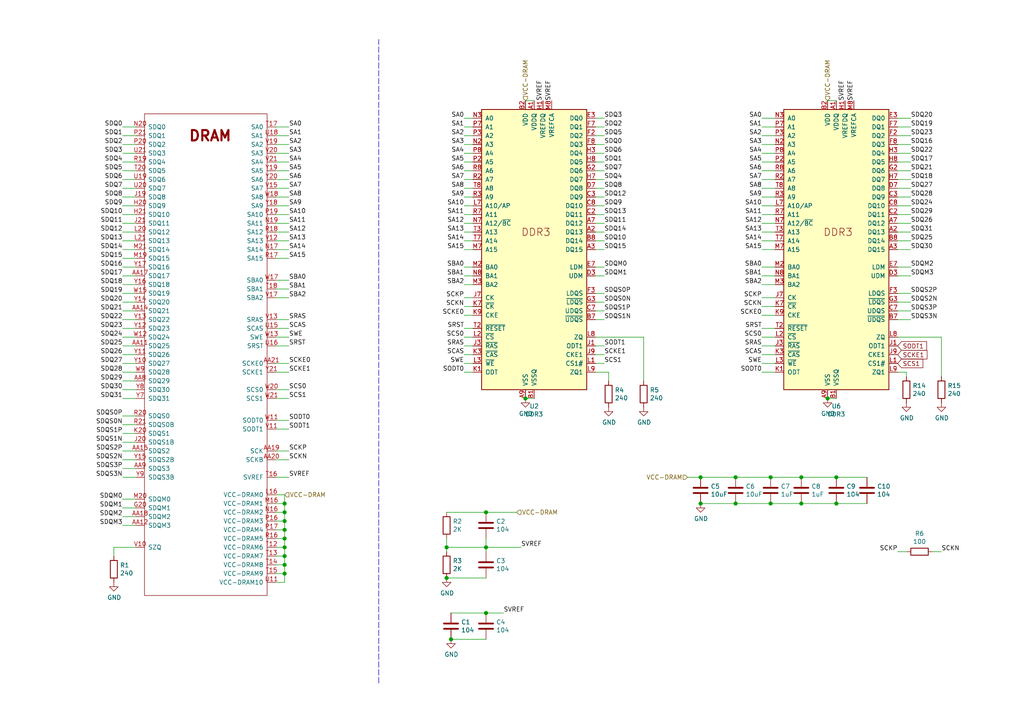
<source format=kicad_sch>
(kicad_sch (version 20210406) (generator eeschema)
  (paper "A4")
  (junction (at 82.55 146.05) (diameter 1.016))
  (junction (at 82.55 148.59) (diameter 1.016))
  (junction (at 82.55 151.13) (diameter 1.016))
  (junction (at 82.55 153.67) (diameter 1.016))
  (junction (at 82.55 156.21) (diameter 1.016))
  (junction (at 82.55 158.75) (diameter 1.016))
  (junction (at 82.55 161.29) (diameter 1.016))
  (junction (at 82.55 163.83) (diameter 1.016))
  (junction (at 82.55 166.37) (diameter 1.016))
  (junction (at 129.54 158.75) (diameter 1.016))
  (junction (at 129.54 167.64) (diameter 1.016))
  (junction (at 130.81 185.42) (diameter 1.016))
  (junction (at 140.97 148.59) (diameter 1.016))
  (junction (at 140.97 158.75) (diameter 1.016))
  (junction (at 140.97 177.8) (diameter 1.016))
  (junction (at 152.4 115.57) (diameter 1.016))
  (junction (at 203.2 138.43) (diameter 1.016))
  (junction (at 203.2 146.05) (diameter 1.016))
  (junction (at 213.36 138.43) (diameter 1.016))
  (junction (at 213.36 146.05) (diameter 1.016))
  (junction (at 223.52 138.43) (diameter 1.016))
  (junction (at 223.52 146.05) (diameter 1.016))
  (junction (at 232.41 138.43) (diameter 1.016))
  (junction (at 232.41 146.05) (diameter 1.016))
  (junction (at 240.03 115.57) (diameter 1.016))
  (junction (at 242.57 138.43) (diameter 1.016))
  (junction (at 242.57 146.05) (diameter 1.016))
  (wire (pts (xy 33.02 158.75) (xy 33.02 161.29)))
  (wire (pts (xy 35.56 36.83) (xy 39.37 36.83)))
  (wire (pts (xy 35.56 39.37) (xy 39.37 39.37)))
  (wire (pts (xy 35.56 41.91) (xy 39.37 41.91)))
  (wire (pts (xy 35.56 44.45) (xy 39.37 44.45)))
  (wire (pts (xy 35.56 46.99) (xy 39.37 46.99)))
  (wire (pts (xy 35.56 49.53) (xy 39.37 49.53)))
  (wire (pts (xy 35.56 52.07) (xy 39.37 52.07)))
  (wire (pts (xy 35.56 54.61) (xy 39.37 54.61)))
  (wire (pts (xy 35.56 57.15) (xy 39.37 57.15)))
  (wire (pts (xy 35.56 59.69) (xy 39.37 59.69)))
  (wire (pts (xy 35.56 62.23) (xy 39.37 62.23)))
  (wire (pts (xy 35.56 64.77) (xy 39.37 64.77)))
  (wire (pts (xy 35.56 67.31) (xy 39.37 67.31)))
  (wire (pts (xy 35.56 69.85) (xy 39.37 69.85)))
  (wire (pts (xy 35.56 72.39) (xy 39.37 72.39)))
  (wire (pts (xy 35.56 74.93) (xy 39.37 74.93)))
  (wire (pts (xy 35.56 77.47) (xy 39.37 77.47)))
  (wire (pts (xy 35.56 80.01) (xy 39.37 80.01)))
  (wire (pts (xy 35.56 82.55) (xy 39.37 82.55)))
  (wire (pts (xy 35.56 85.09) (xy 39.37 85.09)))
  (wire (pts (xy 35.56 87.63) (xy 39.37 87.63)))
  (wire (pts (xy 35.56 90.17) (xy 39.37 90.17)))
  (wire (pts (xy 35.56 92.71) (xy 39.37 92.71)))
  (wire (pts (xy 35.56 95.25) (xy 39.37 95.25)))
  (wire (pts (xy 35.56 97.79) (xy 39.37 97.79)))
  (wire (pts (xy 35.56 100.33) (xy 39.37 100.33)))
  (wire (pts (xy 35.56 102.87) (xy 39.37 102.87)))
  (wire (pts (xy 35.56 105.41) (xy 39.37 105.41)))
  (wire (pts (xy 35.56 107.95) (xy 39.37 107.95)))
  (wire (pts (xy 35.56 110.49) (xy 39.37 110.49)))
  (wire (pts (xy 35.56 113.03) (xy 39.37 113.03)))
  (wire (pts (xy 35.56 115.57) (xy 39.37 115.57)))
  (wire (pts (xy 35.56 120.65) (xy 39.37 120.65)))
  (wire (pts (xy 35.56 123.19) (xy 39.37 123.19)))
  (wire (pts (xy 35.56 125.73) (xy 39.37 125.73)))
  (wire (pts (xy 35.56 128.27) (xy 39.37 128.27)))
  (wire (pts (xy 35.56 130.81) (xy 39.37 130.81)))
  (wire (pts (xy 35.56 133.35) (xy 39.37 133.35)))
  (wire (pts (xy 35.56 135.89) (xy 39.37 135.89)))
  (wire (pts (xy 35.56 138.43) (xy 39.37 138.43)))
  (wire (pts (xy 35.56 144.78) (xy 39.37 144.78)))
  (wire (pts (xy 35.56 147.32) (xy 39.37 147.32)))
  (wire (pts (xy 35.56 149.86) (xy 39.37 149.86)))
  (wire (pts (xy 35.56 152.4) (xy 39.37 152.4)))
  (wire (pts (xy 39.37 158.75) (xy 33.02 158.75)))
  (wire (pts (xy 80.01 143.51) (xy 82.55 143.51)))
  (wire (pts (xy 80.01 146.05) (xy 82.55 146.05)))
  (wire (pts (xy 80.01 148.59) (xy 82.55 148.59)))
  (wire (pts (xy 80.01 151.13) (xy 82.55 151.13)))
  (wire (pts (xy 80.01 153.67) (xy 82.55 153.67)))
  (wire (pts (xy 80.01 156.21) (xy 82.55 156.21)))
  (wire (pts (xy 80.01 158.75) (xy 82.55 158.75)))
  (wire (pts (xy 80.01 161.29) (xy 82.55 161.29)))
  (wire (pts (xy 80.01 163.83) (xy 82.55 163.83)))
  (wire (pts (xy 80.01 166.37) (xy 82.55 166.37)))
  (wire (pts (xy 80.01 168.91) (xy 82.55 168.91)))
  (wire (pts (xy 82.55 143.51) (xy 82.55 146.05)))
  (wire (pts (xy 82.55 146.05) (xy 82.55 148.59)))
  (wire (pts (xy 82.55 148.59) (xy 82.55 151.13)))
  (wire (pts (xy 82.55 151.13) (xy 82.55 153.67)))
  (wire (pts (xy 82.55 153.67) (xy 82.55 156.21)))
  (wire (pts (xy 82.55 156.21) (xy 82.55 158.75)))
  (wire (pts (xy 82.55 158.75) (xy 82.55 161.29)))
  (wire (pts (xy 82.55 161.29) (xy 82.55 163.83)))
  (wire (pts (xy 82.55 163.83) (xy 82.55 166.37)))
  (wire (pts (xy 82.55 166.37) (xy 82.55 168.91)))
  (wire (pts (xy 83.82 36.83) (xy 80.01 36.83)))
  (wire (pts (xy 83.82 39.37) (xy 80.01 39.37)))
  (wire (pts (xy 83.82 41.91) (xy 80.01 41.91)))
  (wire (pts (xy 83.82 44.45) (xy 80.01 44.45)))
  (wire (pts (xy 83.82 46.99) (xy 80.01 46.99)))
  (wire (pts (xy 83.82 49.53) (xy 80.01 49.53)))
  (wire (pts (xy 83.82 52.07) (xy 80.01 52.07)))
  (wire (pts (xy 83.82 54.61) (xy 80.01 54.61)))
  (wire (pts (xy 83.82 57.15) (xy 80.01 57.15)))
  (wire (pts (xy 83.82 59.69) (xy 80.01 59.69)))
  (wire (pts (xy 83.82 62.23) (xy 80.01 62.23)))
  (wire (pts (xy 83.82 64.77) (xy 80.01 64.77)))
  (wire (pts (xy 83.82 67.31) (xy 80.01 67.31)))
  (wire (pts (xy 83.82 69.85) (xy 80.01 69.85)))
  (wire (pts (xy 83.82 72.39) (xy 80.01 72.39)))
  (wire (pts (xy 83.82 74.93) (xy 80.01 74.93)))
  (wire (pts (xy 83.82 81.28) (xy 80.01 81.28)))
  (wire (pts (xy 83.82 83.82) (xy 80.01 83.82)))
  (wire (pts (xy 83.82 86.36) (xy 80.01 86.36)))
  (wire (pts (xy 83.82 92.71) (xy 80.01 92.71)))
  (wire (pts (xy 83.82 95.25) (xy 80.01 95.25)))
  (wire (pts (xy 83.82 97.79) (xy 80.01 97.79)))
  (wire (pts (xy 83.82 100.33) (xy 80.01 100.33)))
  (wire (pts (xy 83.82 105.41) (xy 80.01 105.41)))
  (wire (pts (xy 83.82 107.95) (xy 80.01 107.95)))
  (wire (pts (xy 83.82 113.03) (xy 80.01 113.03)))
  (wire (pts (xy 83.82 115.57) (xy 80.01 115.57)))
  (wire (pts (xy 83.82 121.92) (xy 80.01 121.92)))
  (wire (pts (xy 83.82 124.46) (xy 80.01 124.46)))
  (wire (pts (xy 83.82 130.81) (xy 80.01 130.81)))
  (wire (pts (xy 83.82 133.35) (xy 80.01 133.35)))
  (wire (pts (xy 83.82 138.43) (xy 80.01 138.43)))
  (wire (pts (xy 129.54 156.21) (xy 129.54 158.75)))
  (wire (pts (xy 129.54 158.75) (xy 129.54 160.02)))
  (wire (pts (xy 129.54 158.75) (xy 140.97 158.75)))
  (wire (pts (xy 129.54 167.64) (xy 140.97 167.64)))
  (wire (pts (xy 130.81 177.8) (xy 140.97 177.8)))
  (wire (pts (xy 134.62 34.29) (xy 137.16 34.29)))
  (wire (pts (xy 134.62 36.83) (xy 137.16 36.83)))
  (wire (pts (xy 134.62 39.37) (xy 137.16 39.37)))
  (wire (pts (xy 134.62 41.91) (xy 137.16 41.91)))
  (wire (pts (xy 134.62 44.45) (xy 137.16 44.45)))
  (wire (pts (xy 134.62 46.99) (xy 137.16 46.99)))
  (wire (pts (xy 134.62 49.53) (xy 137.16 49.53)))
  (wire (pts (xy 134.62 52.07) (xy 137.16 52.07)))
  (wire (pts (xy 134.62 54.61) (xy 137.16 54.61)))
  (wire (pts (xy 134.62 57.15) (xy 137.16 57.15)))
  (wire (pts (xy 134.62 59.69) (xy 137.16 59.69)))
  (wire (pts (xy 134.62 62.23) (xy 137.16 62.23)))
  (wire (pts (xy 134.62 64.77) (xy 137.16 64.77)))
  (wire (pts (xy 134.62 67.31) (xy 137.16 67.31)))
  (wire (pts (xy 134.62 69.85) (xy 137.16 69.85)))
  (wire (pts (xy 134.62 72.39) (xy 137.16 72.39)))
  (wire (pts (xy 134.62 77.47) (xy 137.16 77.47)))
  (wire (pts (xy 134.62 80.01) (xy 137.16 80.01)))
  (wire (pts (xy 134.62 82.55) (xy 137.16 82.55)))
  (wire (pts (xy 134.62 86.36) (xy 137.16 86.36)))
  (wire (pts (xy 134.62 88.9) (xy 137.16 88.9)))
  (wire (pts (xy 134.62 91.44) (xy 137.16 91.44)))
  (wire (pts (xy 134.62 95.25) (xy 137.16 95.25)))
  (wire (pts (xy 134.62 97.79) (xy 137.16 97.79)))
  (wire (pts (xy 134.62 100.33) (xy 137.16 100.33)))
  (wire (pts (xy 134.62 102.87) (xy 137.16 102.87)))
  (wire (pts (xy 134.62 105.41) (xy 137.16 105.41)))
  (wire (pts (xy 134.62 107.95) (xy 137.16 107.95)))
  (wire (pts (xy 140.97 148.59) (xy 129.54 148.59)))
  (wire (pts (xy 140.97 156.21) (xy 140.97 158.75)))
  (wire (pts (xy 140.97 158.75) (xy 140.97 160.02)))
  (wire (pts (xy 140.97 158.75) (xy 151.13 158.75)))
  (wire (pts (xy 140.97 177.8) (xy 146.05 177.8)))
  (wire (pts (xy 140.97 185.42) (xy 130.81 185.42)))
  (wire (pts (xy 149.86 148.59) (xy 140.97 148.59)))
  (wire (pts (xy 152.4 29.21) (xy 154.94 29.21)))
  (wire (pts (xy 154.94 115.57) (xy 152.4 115.57)))
  (wire (pts (xy 172.72 97.79) (xy 186.69 97.79)))
  (wire (pts (xy 175.26 34.29) (xy 172.72 34.29)))
  (wire (pts (xy 175.26 36.83) (xy 172.72 36.83)))
  (wire (pts (xy 175.26 39.37) (xy 172.72 39.37)))
  (wire (pts (xy 175.26 41.91) (xy 172.72 41.91)))
  (wire (pts (xy 175.26 44.45) (xy 172.72 44.45)))
  (wire (pts (xy 175.26 46.99) (xy 172.72 46.99)))
  (wire (pts (xy 175.26 49.53) (xy 172.72 49.53)))
  (wire (pts (xy 175.26 52.07) (xy 172.72 52.07)))
  (wire (pts (xy 175.26 54.61) (xy 172.72 54.61)))
  (wire (pts (xy 175.26 57.15) (xy 172.72 57.15)))
  (wire (pts (xy 175.26 59.69) (xy 172.72 59.69)))
  (wire (pts (xy 175.26 62.23) (xy 172.72 62.23)))
  (wire (pts (xy 175.26 64.77) (xy 172.72 64.77)))
  (wire (pts (xy 175.26 67.31) (xy 172.72 67.31)))
  (wire (pts (xy 175.26 69.85) (xy 172.72 69.85)))
  (wire (pts (xy 175.26 72.39) (xy 172.72 72.39)))
  (wire (pts (xy 175.26 77.47) (xy 172.72 77.47)))
  (wire (pts (xy 175.26 80.01) (xy 172.72 80.01)))
  (wire (pts (xy 175.26 85.09) (xy 172.72 85.09)))
  (wire (pts (xy 175.26 87.63) (xy 172.72 87.63)))
  (wire (pts (xy 175.26 90.17) (xy 172.72 90.17)))
  (wire (pts (xy 175.26 92.71) (xy 172.72 92.71)))
  (wire (pts (xy 175.26 100.33) (xy 172.72 100.33)))
  (wire (pts (xy 175.26 102.87) (xy 172.72 102.87)))
  (wire (pts (xy 175.26 105.41) (xy 172.72 105.41)))
  (wire (pts (xy 176.53 107.95) (xy 172.72 107.95)))
  (wire (pts (xy 176.53 110.49) (xy 176.53 107.95)))
  (wire (pts (xy 186.69 97.79) (xy 186.69 110.49)))
  (wire (pts (xy 199.39 138.43) (xy 203.2 138.43)))
  (wire (pts (xy 203.2 146.05) (xy 213.36 146.05)))
  (wire (pts (xy 213.36 138.43) (xy 203.2 138.43)))
  (wire (pts (xy 213.36 146.05) (xy 223.52 146.05)))
  (wire (pts (xy 220.98 34.29) (xy 224.79 34.29)))
  (wire (pts (xy 220.98 36.83) (xy 224.79 36.83)))
  (wire (pts (xy 220.98 39.37) (xy 224.79 39.37)))
  (wire (pts (xy 220.98 41.91) (xy 224.79 41.91)))
  (wire (pts (xy 220.98 44.45) (xy 224.79 44.45)))
  (wire (pts (xy 220.98 46.99) (xy 224.79 46.99)))
  (wire (pts (xy 220.98 49.53) (xy 224.79 49.53)))
  (wire (pts (xy 220.98 52.07) (xy 224.79 52.07)))
  (wire (pts (xy 220.98 54.61) (xy 224.79 54.61)))
  (wire (pts (xy 220.98 57.15) (xy 224.79 57.15)))
  (wire (pts (xy 220.98 59.69) (xy 224.79 59.69)))
  (wire (pts (xy 220.98 62.23) (xy 224.79 62.23)))
  (wire (pts (xy 220.98 64.77) (xy 224.79 64.77)))
  (wire (pts (xy 220.98 67.31) (xy 224.79 67.31)))
  (wire (pts (xy 220.98 69.85) (xy 224.79 69.85)))
  (wire (pts (xy 220.98 72.39) (xy 224.79 72.39)))
  (wire (pts (xy 220.98 77.47) (xy 224.79 77.47)))
  (wire (pts (xy 220.98 80.01) (xy 224.79 80.01)))
  (wire (pts (xy 220.98 82.55) (xy 224.79 82.55)))
  (wire (pts (xy 220.98 86.36) (xy 224.79 86.36)))
  (wire (pts (xy 220.98 88.9) (xy 224.79 88.9)))
  (wire (pts (xy 220.98 91.44) (xy 224.79 91.44)))
  (wire (pts (xy 220.98 95.25) (xy 224.79 95.25)))
  (wire (pts (xy 220.98 97.79) (xy 224.79 97.79)))
  (wire (pts (xy 220.98 100.33) (xy 224.79 100.33)))
  (wire (pts (xy 220.98 102.87) (xy 224.79 102.87)))
  (wire (pts (xy 220.98 105.41) (xy 224.79 105.41)))
  (wire (pts (xy 220.98 107.95) (xy 224.79 107.95)))
  (wire (pts (xy 223.52 138.43) (xy 213.36 138.43)))
  (wire (pts (xy 223.52 146.05) (xy 232.41 146.05)))
  (wire (pts (xy 232.41 138.43) (xy 223.52 138.43)))
  (wire (pts (xy 232.41 146.05) (xy 242.57 146.05)))
  (wire (pts (xy 240.03 29.21) (xy 242.57 29.21)))
  (wire (pts (xy 242.57 115.57) (xy 240.03 115.57)))
  (wire (pts (xy 242.57 138.43) (xy 232.41 138.43)))
  (wire (pts (xy 242.57 146.05) (xy 251.46 146.05)))
  (wire (pts (xy 251.46 138.43) (xy 242.57 138.43)))
  (wire (pts (xy 260.35 97.79) (xy 273.05 97.79)))
  (wire (pts (xy 260.35 107.95) (xy 262.89 107.95)))
  (wire (pts (xy 262.89 107.95) (xy 262.89 109.22)))
  (wire (pts (xy 262.89 160.02) (xy 260.35 160.02)))
  (wire (pts (xy 264.16 34.29) (xy 260.35 34.29)))
  (wire (pts (xy 264.16 36.83) (xy 260.35 36.83)))
  (wire (pts (xy 264.16 39.37) (xy 260.35 39.37)))
  (wire (pts (xy 264.16 41.91) (xy 260.35 41.91)))
  (wire (pts (xy 264.16 44.45) (xy 260.35 44.45)))
  (wire (pts (xy 264.16 46.99) (xy 260.35 46.99)))
  (wire (pts (xy 264.16 49.53) (xy 260.35 49.53)))
  (wire (pts (xy 264.16 52.07) (xy 260.35 52.07)))
  (wire (pts (xy 264.16 54.61) (xy 260.35 54.61)))
  (wire (pts (xy 264.16 57.15) (xy 260.35 57.15)))
  (wire (pts (xy 264.16 59.69) (xy 260.35 59.69)))
  (wire (pts (xy 264.16 62.23) (xy 260.35 62.23)))
  (wire (pts (xy 264.16 64.77) (xy 260.35 64.77)))
  (wire (pts (xy 264.16 67.31) (xy 260.35 67.31)))
  (wire (pts (xy 264.16 69.85) (xy 260.35 69.85)))
  (wire (pts (xy 264.16 72.39) (xy 260.35 72.39)))
  (wire (pts (xy 264.16 77.47) (xy 260.35 77.47)))
  (wire (pts (xy 264.16 80.01) (xy 260.35 80.01)))
  (wire (pts (xy 264.16 85.09) (xy 260.35 85.09)))
  (wire (pts (xy 264.16 87.63) (xy 260.35 87.63)))
  (wire (pts (xy 264.16 90.17) (xy 260.35 90.17)))
  (wire (pts (xy 264.16 92.71) (xy 260.35 92.71)))
  (wire (pts (xy 270.51 160.02) (xy 273.05 160.02)))
  (wire (pts (xy 273.05 97.79) (xy 273.05 109.22)))
  (polyline (pts (xy 109.855 198.12) (xy 109.855 11.43)) (stroke (width 0) (type dash)))
  (label "SDQ0" (at 35.56 36.83 180))
  (label "SDQ1" (at 35.56 39.37 180))
  (label "SDQ2" (at 35.56 41.91 180))
  (label "SDQ3" (at 35.56 44.45 180))
  (label "SDQ4" (at 35.56 46.99 180))
  (label "SDQ5" (at 35.56 49.53 180))
  (label "SDQ6" (at 35.56 52.07 180))
  (label "SDQ7" (at 35.56 54.61 180))
  (label "SDQ8" (at 35.56 57.15 180))
  (label "SDQ9" (at 35.56 59.69 180))
  (label "SDQ10" (at 35.56 62.23 180))
  (label "SDQ11" (at 35.56 64.77 180))
  (label "SDQ12" (at 35.56 67.31 180))
  (label "SDQ13" (at 35.56 69.85 180))
  (label "SDQ14" (at 35.56 72.39 180))
  (label "SDQ15" (at 35.56 74.93 180))
  (label "SDQ16" (at 35.56 77.47 180))
  (label "SDQ17" (at 35.56 80.01 180))
  (label "SDQ18" (at 35.56 82.55 180))
  (label "SDQ19" (at 35.56 85.09 180))
  (label "SDQ20" (at 35.56 87.63 180))
  (label "SDQ21" (at 35.56 90.17 180))
  (label "SDQ22" (at 35.56 92.71 180))
  (label "SDQ23" (at 35.56 95.25 180))
  (label "SDQ24" (at 35.56 97.79 180))
  (label "SDQ25" (at 35.56 100.33 180))
  (label "SDQ26" (at 35.56 102.87 180))
  (label "SDQ27" (at 35.56 105.41 180))
  (label "SDQ28" (at 35.56 107.95 180))
  (label "SDQ29" (at 35.56 110.49 180))
  (label "SDQ30" (at 35.56 113.03 180))
  (label "SDQ31" (at 35.56 115.57 180))
  (label "SDQS0P" (at 35.56 120.65 180))
  (label "SDQS0N" (at 35.56 123.19 180))
  (label "SDQS1P" (at 35.56 125.73 180))
  (label "SDQS1N" (at 35.56 128.27 180))
  (label "SDQS2P" (at 35.56 130.81 180))
  (label "SDQS2N" (at 35.56 133.35 180))
  (label "SDQS3P" (at 35.56 135.89 180))
  (label "SDQS3N" (at 35.56 138.43 180))
  (label "SDQM0" (at 35.56 144.78 180))
  (label "SDQM1" (at 35.56 147.32 180))
  (label "SDQM2" (at 35.56 149.86 180))
  (label "SDQM3" (at 35.56 152.4 180))
  (label "SA0" (at 83.82 36.83 0))
  (label "SA1" (at 83.82 39.37 0))
  (label "SA2" (at 83.82 41.91 0))
  (label "SA3" (at 83.82 44.45 0))
  (label "SA4" (at 83.82 46.99 0))
  (label "SA5" (at 83.82 49.53 0))
  (label "SA6" (at 83.82 52.07 0))
  (label "SA7" (at 83.82 54.61 0))
  (label "SA8" (at 83.82 57.15 0))
  (label "SA9" (at 83.82 59.69 0))
  (label "SA10" (at 83.82 62.23 0))
  (label "SA11" (at 83.82 64.77 0))
  (label "SA12" (at 83.82 67.31 0))
  (label "SA13" (at 83.82 69.85 0))
  (label "SA14" (at 83.82 72.39 0))
  (label "SA15" (at 83.82 74.93 0))
  (label "SBA0" (at 83.82 81.28 0))
  (label "SBA1" (at 83.82 83.82 0))
  (label "SBA2" (at 83.82 86.36 0))
  (label "SRAS" (at 83.82 92.71 0))
  (label "SCAS" (at 83.82 95.25 0))
  (label "SWE" (at 83.82 97.79 0))
  (label "SRST" (at 83.82 100.33 0))
  (label "SCKE0" (at 83.82 105.41 0))
  (label "SCKE1" (at 83.82 107.95 0))
  (label "SCS0" (at 83.82 113.03 0))
  (label "SCS1" (at 83.82 115.57 0))
  (label "SODT0" (at 83.82 121.92 0))
  (label "SODT1" (at 83.82 124.46 0))
  (label "SCKP" (at 83.82 130.81 0))
  (label "SCKN" (at 83.82 133.35 0))
  (label "SVREF" (at 83.82 138.43 0))
  (label "SA0" (at 134.62 34.29 180))
  (label "SA1" (at 134.62 36.83 180))
  (label "SA2" (at 134.62 39.37 180))
  (label "SA3" (at 134.62 41.91 180))
  (label "SA4" (at 134.62 44.45 180))
  (label "SA5" (at 134.62 46.99 180))
  (label "SA6" (at 134.62 49.53 180))
  (label "SA7" (at 134.62 52.07 180))
  (label "SA8" (at 134.62 54.61 180))
  (label "SA9" (at 134.62 57.15 180))
  (label "SA10" (at 134.62 59.69 180))
  (label "SA11" (at 134.62 62.23 180))
  (label "SA12" (at 134.62 64.77 180))
  (label "SA13" (at 134.62 67.31 180))
  (label "SA14" (at 134.62 69.85 180))
  (label "SA15" (at 134.62 72.39 180))
  (label "SBA0" (at 134.62 77.47 180))
  (label "SBA1" (at 134.62 80.01 180))
  (label "SBA2" (at 134.62 82.55 180))
  (label "SCKP" (at 134.62 86.36 180))
  (label "SCKN" (at 134.62 88.9 180))
  (label "SCKE0" (at 134.62 91.44 180))
  (label "SRST" (at 134.62 95.25 180))
  (label "SCS0" (at 134.62 97.79 180))
  (label "SRAS" (at 134.62 100.33 180))
  (label "SCAS" (at 134.62 102.87 180))
  (label "SWE" (at 134.62 105.41 180))
  (label "SODT0" (at 134.62 107.95 180))
  (label "SVREF" (at 146.05 177.8 0))
  (label "SVREF" (at 151.13 158.75 0))
  (label "SVREF" (at 157.48 29.21 90))
  (label "SVREF" (at 160.02 29.21 90))
  (label "SDQ3" (at 175.26 34.29 0))
  (label "SDQ2" (at 175.26 36.83 0))
  (label "SDQ5" (at 175.26 39.37 0))
  (label "SDQ0" (at 175.26 41.91 0))
  (label "SDQ6" (at 175.26 44.45 0))
  (label "SDQ1" (at 175.26 46.99 0))
  (label "SDQ7" (at 175.26 49.53 0))
  (label "SDQ4" (at 175.26 52.07 0))
  (label "SDQ8" (at 175.26 54.61 0))
  (label "SDQ12" (at 175.26 57.15 0))
  (label "SDQ9" (at 175.26 59.69 0))
  (label "SDQ13" (at 175.26 62.23 0))
  (label "SDQ11" (at 175.26 64.77 0))
  (label "SDQ14" (at 175.26 67.31 0))
  (label "SDQ10" (at 175.26 69.85 0))
  (label "SDQ15" (at 175.26 72.39 0))
  (label "SDQM0" (at 175.26 77.47 0))
  (label "SDQM1" (at 175.26 80.01 0))
  (label "SDQS0P" (at 175.26 85.09 0))
  (label "SDQS0N" (at 175.26 87.63 0))
  (label "SDQS1P" (at 175.26 90.17 0))
  (label "SDQS1N" (at 175.26 92.71 0))
  (label "SODT1" (at 175.26 100.33 0))
  (label "SCKE1" (at 175.26 102.87 0))
  (label "SCS1" (at 175.26 105.41 0))
  (label "SA0" (at 220.98 34.29 180))
  (label "SA1" (at 220.98 36.83 180))
  (label "SA2" (at 220.98 39.37 180))
  (label "SA3" (at 220.98 41.91 180))
  (label "SA4" (at 220.98 44.45 180))
  (label "SA5" (at 220.98 46.99 180))
  (label "SA6" (at 220.98 49.53 180))
  (label "SA7" (at 220.98 52.07 180))
  (label "SA8" (at 220.98 54.61 180))
  (label "SA9" (at 220.98 57.15 180))
  (label "SA10" (at 220.98 59.69 180))
  (label "SA11" (at 220.98 62.23 180))
  (label "SA12" (at 220.98 64.77 180))
  (label "SA13" (at 220.98 67.31 180))
  (label "SA14" (at 220.98 69.85 180))
  (label "SA15" (at 220.98 72.39 180))
  (label "SBA0" (at 220.98 77.47 180))
  (label "SBA1" (at 220.98 80.01 180))
  (label "SBA2" (at 220.98 82.55 180))
  (label "SCKP" (at 220.98 86.36 180))
  (label "SCKN" (at 220.98 88.9 180))
  (label "SCKE0" (at 220.98 91.44 180))
  (label "SRST" (at 220.98 95.25 180))
  (label "SCS0" (at 220.98 97.79 180))
  (label "SRAS" (at 220.98 100.33 180))
  (label "SCAS" (at 220.98 102.87 180))
  (label "SWE" (at 220.98 105.41 180))
  (label "SODT0" (at 220.98 107.95 180))
  (label "SVREF" (at 245.11 29.21 90))
  (label "SVREF" (at 247.65 29.21 90))
  (label "SCKP" (at 260.35 160.02 180))
  (label "SDQ20" (at 264.16 34.29 0))
  (label "SDQ19" (at 264.16 36.83 0))
  (label "SDQ23" (at 264.16 39.37 0))
  (label "SDQ16" (at 264.16 41.91 0))
  (label "SDQ22" (at 264.16 44.45 0))
  (label "SDQ17" (at 264.16 46.99 0))
  (label "SDQ21" (at 264.16 49.53 0))
  (label "SDQ18" (at 264.16 52.07 0))
  (label "SDQ27" (at 264.16 54.61 0))
  (label "SDQ28" (at 264.16 57.15 0))
  (label "SDQ24" (at 264.16 59.69 0))
  (label "SDQ29" (at 264.16 62.23 0))
  (label "SDQ26" (at 264.16 64.77 0))
  (label "SDQ31" (at 264.16 67.31 0))
  (label "SDQ25" (at 264.16 69.85 0))
  (label "SDQ30" (at 264.16 72.39 0))
  (label "SDQM2" (at 264.16 77.47 0))
  (label "SDQM3" (at 264.16 80.01 0))
  (label "SDQS2P" (at 264.16 85.09 0))
  (label "SDQS2N" (at 264.16 87.63 0))
  (label "SDQS3P" (at 264.16 90.17 0))
  (label "SDQS3N" (at 264.16 92.71 0))
  (label "SCKN" (at 273.05 160.02 0))
  (global_label "SODT1" (shape input) (at 260.35 100.33 0) (property "Intersheet References" "${INTERSHEET_REFS}" (effects hide)))
  (global_label "SCKE1" (shape input) (at 260.35 102.87 0) (property "Intersheet References" "${INTERSHEET_REFS}" (effects hide)))
  (global_label "SCS1" (shape input) (at 260.35 105.41 0) (property "Intersheet References" "${INTERSHEET_REFS}" (effects hide)))
  (hierarchical_label "VCC-DRAM" (shape input) (at 82.55 143.51 0))
  (hierarchical_label "VCC-DRAM" (shape input) (at 149.86 148.59 0))
  (hierarchical_label "VCC-DRAM" (shape input) (at 152.4 29.21 90))
  (hierarchical_label "VCC-DRAM" (shape input) (at 199.39 138.43 180))
  (hierarchical_label "VCC-DRAM" (shape input) (at 240.03 29.21 90))
  (symbol (lib_id "power:GND") (at 33.02 168.91 0) (unit 1)
    (property "Reference" "#PWR0101" (effects hide))
    (property "Value" "GND" (at 33.147 173.3042 0))
  )
  (symbol (lib_id "power:GND") (at 129.54 167.64 0) (unit 1)
    (property "Reference" "#PWR0104" (effects hide))
    (property "Value" "GND" (at 129.667 172.0342 0))
  )
  (symbol (lib_id "power:GND") (at 130.81 185.42 0) (unit 1)
    (property "Reference" "#PWR0105" (effects hide))
    (property "Value" "GND" (at 130.937 189.8142 0))
  )
  (symbol (lib_id "power:GND") (at 152.4 115.57 0) (unit 1)
    (property "Reference" "#PWR0106" (effects hide))
    (property "Value" "GND" (at 152.527 119.9642 0))
  )
  (symbol (lib_id "power:GND") (at 176.53 118.11 0) (unit 1)
    (property "Reference" "#PWR0102" (effects hide))
    (property "Value" "GND" (at 176.657 122.5042 0))
  )
  (symbol (lib_id "power:GND") (at 186.69 118.11 0) (unit 1)
    (property "Reference" "#PWR0103" (effects hide))
    (property "Value" "GND" (at 186.817 122.5042 0))
  )
  (symbol (lib_id "power:GND") (at 203.2 146.05 0) (unit 1)
    (property "Reference" "#PWR0107" (effects hide))
    (property "Value" "GND" (at 203.327 150.4442 0))
  )
  (symbol (lib_id "power:GND") (at 240.03 115.57 0) (unit 1)
    (property "Reference" "#PWR0128" (effects hide))
    (property "Value" "GND" (at 240.157 119.9642 0))
  )
  (symbol (lib_id "power:GND") (at 262.89 116.84 0) (unit 1)
    (property "Reference" "#PWR0127" (effects hide))
    (property "Value" "GND" (at 263.017 121.2342 0))
  )
  (symbol (lib_id "power:GND") (at 273.05 116.84 0) (unit 1)
    (property "Reference" "#PWR0129" (effects hide))
    (property "Value" "GND" (at 273.177 121.2342 0))
  )
  (symbol (lib_id "Device:R") (at 33.02 165.1 0) (unit 1)
    (property "Reference" "R1" (at 34.798 163.9316 0) (effects (justify left)))
    (property "Value" "240" (at 34.798 166.243 0) (effects (justify left)))
    (property "Footprint" "Resistor_SMD:R_0402_1005Metric" (effects hide))
  )
  (symbol (lib_id "Device:R") (at 129.54 152.4 0) (unit 1)
    (property "Reference" "R2" (at 131.318 151.2316 0) (effects (justify left)))
    (property "Value" "2K" (at 131.318 153.543 0) (effects (justify left)))
    (property "Footprint" "Resistor_SMD:R_0402_1005Metric" (effects hide))
  )
  (symbol (lib_id "Device:R") (at 129.54 163.83 0) (unit 1)
    (property "Reference" "R3" (at 131.318 162.6616 0) (effects (justify left)))
    (property "Value" "2K" (at 131.318 164.973 0) (effects (justify left)))
    (property "Footprint" "Resistor_SMD:R_0402_1005Metric" (effects hide))
  )
  (symbol (lib_id "Device:R") (at 176.53 114.3 0) (unit 1)
    (property "Reference" "R4" (at 178.308 113.1316 0) (effects (justify left)))
    (property "Value" "240" (at 178.308 115.443 0) (effects (justify left)))
    (property "Footprint" "Resistor_SMD:R_0402_1005Metric" (effects hide))
  )
  (symbol (lib_id "Device:R") (at 186.69 114.3 0) (unit 1)
    (property "Reference" "R5" (at 188.468 113.1316 0) (effects (justify left)))
    (property "Value" "240" (at 188.468 115.443 0) (effects (justify left)))
    (property "Footprint" "Resistor_SMD:R_0402_1005Metric" (effects hide))
  )
  (symbol (lib_id "Device:R") (at 262.89 113.03 0) (unit 1)
    (property "Reference" "R14" (at 264.668 111.8616 0) (effects (justify left)))
    (property "Value" "240" (at 264.668 114.173 0) (effects (justify left)))
    (property "Footprint" "Resistor_SMD:R_0402_1005Metric" (effects hide))
  )
  (symbol (lib_id "Device:R") (at 266.7 160.02 90) (unit 1)
    (property "Reference" "R6" (at 266.7 154.7622 90))
    (property "Value" "100" (at 266.7 157.0736 90))
    (property "Footprint" "Resistor_SMD:R_0402_1005Metric" (effects hide))
  )
  (symbol (lib_id "Device:R") (at 273.05 113.03 0) (unit 1)
    (property "Reference" "R15" (at 274.828 111.8616 0) (effects (justify left)))
    (property "Value" "240" (at 274.828 114.173 0) (effects (justify left)))
    (property "Footprint" "Resistor_SMD:R_0402_1005Metric" (effects hide))
  )
  (symbol (lib_id "Device:C") (at 130.81 181.61 0) (unit 1)
    (property "Reference" "C1" (at 133.731 180.4416 0) (effects (justify left)))
    (property "Value" "104" (at 133.731 182.753 0) (effects (justify left)))
    (property "Footprint" "Capacitor_SMD:C_0402_1005Metric" (effects hide))
  )
  (symbol (lib_id "Device:C") (at 140.97 152.4 0) (unit 1)
    (property "Reference" "C2" (at 143.891 151.2316 0) (effects (justify left)))
    (property "Value" "104" (at 143.891 153.543 0) (effects (justify left)))
    (property "Footprint" "Capacitor_SMD:C_0402_1005Metric" (effects hide))
  )
  (symbol (lib_id "Device:C") (at 140.97 163.83 0) (unit 1)
    (property "Reference" "C3" (at 143.891 162.6616 0) (effects (justify left)))
    (property "Value" "104" (at 143.891 164.973 0) (effects (justify left)))
    (property "Footprint" "Capacitor_SMD:C_0402_1005Metric" (effects hide))
  )
  (symbol (lib_id "Device:C") (at 140.97 181.61 0) (unit 1)
    (property "Reference" "C4" (at 143.891 180.4416 0) (effects (justify left)))
    (property "Value" "104" (at 143.891 182.753 0) (effects (justify left)))
    (property "Footprint" "Capacitor_SMD:C_0402_1005Metric" (effects hide))
  )
  (symbol (lib_id "Device:C") (at 203.2 142.24 0) (unit 1)
    (property "Reference" "C5" (at 206.121 141.0716 0) (effects (justify left)))
    (property "Value" "10uF" (at 206.121 143.383 0) (effects (justify left)))
    (property "Footprint" "Capacitor_SMD:C_0402_1005Metric" (effects hide))
  )
  (symbol (lib_id "Device:C") (at 213.36 142.24 0) (unit 1)
    (property "Reference" "C6" (at 216.281 141.0716 0) (effects (justify left)))
    (property "Value" "10uF" (at 216.281 143.383 0) (effects (justify left)))
    (property "Footprint" "Capacitor_SMD:C_0402_1005Metric" (effects hide))
  )
  (symbol (lib_id "Device:C") (at 223.52 142.24 0) (unit 1)
    (property "Reference" "C7" (at 226.441 141.0716 0) (effects (justify left)))
    (property "Value" "1uF" (at 226.441 143.383 0) (effects (justify left)))
    (property "Footprint" "Capacitor_SMD:C_0402_1005Metric" (effects hide))
  )
  (symbol (lib_id "Device:C") (at 232.41 142.24 0) (unit 1)
    (property "Reference" "C8" (at 235.331 141.0716 0) (effects (justify left)))
    (property "Value" "1uF" (at 235.331 143.383 0) (effects (justify left)))
    (property "Footprint" "Capacitor_SMD:C_0402_1005Metric" (effects hide))
  )
  (symbol (lib_id "Device:C") (at 242.57 142.24 0) (unit 1)
    (property "Reference" "C9" (at 245.491 141.0716 0) (effects (justify left)))
    (property "Value" "104" (at 245.491 143.383 0) (effects (justify left)))
    (property "Footprint" "Capacitor_SMD:C_0402_1005Metric" (effects hide))
  )
  (symbol (lib_id "Device:C") (at 251.46 142.24 0) (unit 1)
    (property "Reference" "C10" (at 254.381 141.0716 0) (effects (justify left)))
    (property "Value" "104" (at 254.381 143.383 0) (effects (justify left)))
    (property "Footprint" "Capacitor_SMD:C_0402_1005Metric" (effects hide))
  )
  (symbol (lib_id "DDR3:DDR3") (at 154.94 67.31 0) (unit 1)
    (property "Reference" "U2" (at 154.94 117.8306 0))
    (property "Value" "DDR3" (at 154.94 120.142 0))
    (property "Footprint" "Package_BGA:BGA-96_9.0x13.0mm_Layout2x3x16_P0.8mm" (effects hide))
  )
  (symbol (lib_id "DDR3:DDR3") (at 242.57 67.31 0) (unit 1)
    (property "Reference" "U6" (at 242.57 117.8306 0))
    (property "Value" "DDR3" (at 242.57 120.142 0))
    (property "Footprint" "Package_BGA:BGA-96_9.0x13.0mm_Layout2x3x16_P0.8mm" (effects hide))
  )
  (symbol (lib_id "h3:h3") (at 60.96 110.49 0) (unit 1)
    (property "Reference" "U1" (effects hide))
    (property "Value" "h3" (effects hide))
    (property "Footprint" "h3:H3" (effects hide))
  )
)
</source>
